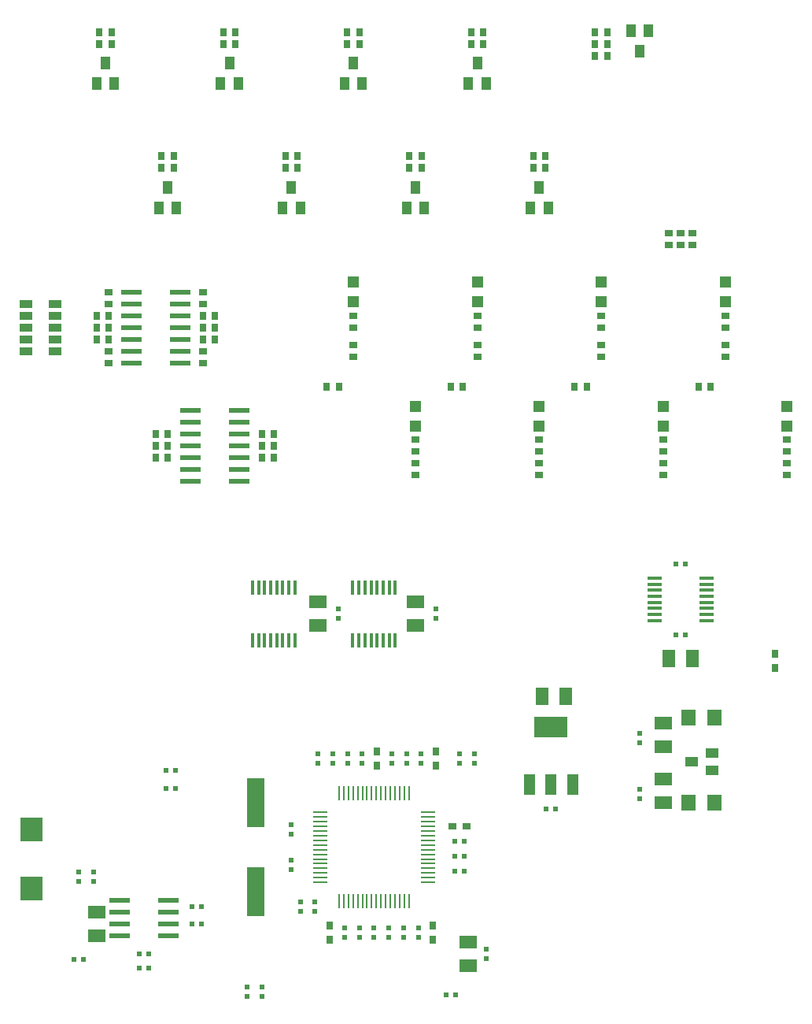
<source format=gbr>
%TF.GenerationSoftware,KiCad,Pcbnew,6.0.11*%
%TF.CreationDate,2023-03-20T20:23:42+01:00*%
%TF.ProjectId,teletype-180824-no-slots,74656c65-7479-4706-952d-313830383234,rev?*%
%TF.SameCoordinates,Original*%
%TF.FileFunction,Paste,Top*%
%TF.FilePolarity,Positive*%
%FSLAX46Y46*%
G04 Gerber Fmt 4.6, Leading zero omitted, Abs format (unit mm)*
G04 Created by KiCad (PCBNEW 6.0.11) date 2023-03-20 20:23:42*
%MOMM*%
%LPD*%
G01*
G04 APERTURE LIST*
%ADD10R,0.280000X1.500000*%
%ADD11R,1.500000X0.280000*%
%ADD12R,0.600000X0.600000*%
%ADD13R,2.200000X0.600000*%
%ADD14R,1.900000X1.400000*%
%ADD15R,0.800000X0.900000*%
%ADD16R,0.900000X0.800000*%
%ADD17R,3.600000X2.200000*%
%ADD18R,1.219200X2.235200*%
%ADD19R,1.400000X1.900000*%
%ADD20R,1.600000X1.803000*%
%ADD21R,0.300000X1.500000*%
%ADD22R,1.500000X0.300000*%
%ADD23R,1.000000X1.400000*%
%ADD24R,1.930400X5.334000*%
%ADD25R,0.700000X0.900000*%
%ADD26R,0.900000X0.700000*%
%ADD27R,1.200000X1.200000*%
%ADD28R,1.400000X0.900000*%
%ADD29R,1.400000X1.000000*%
%ADD30R,2.400000X2.600000*%
G04 APERTURE END LIST*
D10*
%TO.C,U2*%
X150346100Y-145315850D03*
X149846100Y-145315850D03*
X149346100Y-145315850D03*
X148846100Y-145315850D03*
X148346100Y-145315850D03*
X147846100Y-145315850D03*
X147346100Y-145315850D03*
X146846100Y-145315850D03*
X146346100Y-145315850D03*
X145846100Y-145315850D03*
X145346100Y-145315850D03*
X144846100Y-145315850D03*
X144346100Y-145315850D03*
X143846100Y-145315850D03*
X143346100Y-145315850D03*
X142846100Y-145315850D03*
D11*
X140796100Y-143265850D03*
X140796100Y-142765850D03*
X140796100Y-142265850D03*
X140796100Y-141765850D03*
X140796100Y-141265850D03*
X140796100Y-140765850D03*
X140796100Y-140265850D03*
X140796100Y-139765850D03*
X140796100Y-139265850D03*
X140796100Y-138765850D03*
X140796100Y-138265850D03*
X140796100Y-137765850D03*
X140796100Y-137265850D03*
X140796100Y-136765850D03*
X140796100Y-136265850D03*
X140796100Y-135765850D03*
D10*
X142846100Y-133715850D03*
X143346100Y-133715850D03*
X143846100Y-133715850D03*
X144346100Y-133715850D03*
X144846100Y-133715850D03*
X145346100Y-133715850D03*
X145846100Y-133715850D03*
X146346100Y-133715850D03*
X146846100Y-133715850D03*
X147346100Y-133715850D03*
X147846100Y-133715850D03*
X148346100Y-133715850D03*
X148846100Y-133715850D03*
X149346100Y-133715850D03*
X149846100Y-133715850D03*
X150346100Y-133715850D03*
D11*
X152396100Y-135765850D03*
X152396100Y-136265850D03*
X152396100Y-136765850D03*
X152396100Y-137265850D03*
X152396100Y-137765850D03*
X152396100Y-138265850D03*
X152396100Y-138765850D03*
X152396100Y-139265850D03*
X152396100Y-139765850D03*
X152396100Y-140265850D03*
X152396100Y-140765850D03*
X152396100Y-141265850D03*
X152396100Y-141765850D03*
X152396100Y-142265850D03*
X152396100Y-142765850D03*
X152396100Y-143265850D03*
%TD*%
D12*
%TO.C,C19*%
X137706100Y-141928850D03*
X137706100Y-140912850D03*
%TD*%
%TO.C,C20*%
X137706100Y-137102850D03*
X137706100Y-138118850D03*
%TD*%
D13*
%TO.C,U1*%
X119231100Y-145230850D03*
X119231100Y-146500850D03*
X119231100Y-149040850D03*
X124431100Y-145230850D03*
X124431100Y-146500850D03*
X124431100Y-149040850D03*
X119231100Y-147770850D03*
X124431100Y-147770850D03*
%TD*%
D12*
%TO.C,R2*%
X127038100Y-147770850D03*
X128054100Y-147770850D03*
%TD*%
%TO.C,R1*%
X127038100Y-145865850D03*
X128054100Y-145865850D03*
%TD*%
%TO.C,C7*%
X115354100Y-151580850D03*
X114338100Y-151580850D03*
%TD*%
D14*
%TO.C,C5*%
X116751100Y-146500850D03*
X116751100Y-149040850D03*
%TD*%
D12*
%TO.C,C10*%
X151358600Y-148215350D03*
X151358600Y-149231350D03*
%TD*%
%TO.C,C17*%
X140246100Y-145357850D03*
X140246100Y-146373850D03*
%TD*%
%TO.C,C16*%
X142151100Y-130498850D03*
X142151100Y-129482850D03*
%TD*%
%TO.C,C47*%
X149771100Y-148215350D03*
X149771100Y-149231350D03*
%TD*%
%TO.C,C18*%
X138658600Y-145357850D03*
X138658600Y-146373850D03*
%TD*%
%TO.C,C56*%
X140563600Y-130498850D03*
X140563600Y-129482850D03*
%TD*%
%TO.C,C12*%
X148501100Y-130498850D03*
X148501100Y-129482850D03*
%TD*%
%TO.C,C50*%
X150088600Y-130498850D03*
X150088600Y-129482850D03*
%TD*%
D15*
%TO.C,C49*%
X152946100Y-147961350D03*
X152946100Y-149485350D03*
%TD*%
%TO.C,C51*%
X146913600Y-130752850D03*
X146913600Y-129228850D03*
%TD*%
%TO.C,C48*%
X153263600Y-130752850D03*
X153263600Y-129228850D03*
%TD*%
D16*
%TO.C,C9*%
X155041600Y-137293350D03*
X156565600Y-137293350D03*
%TD*%
D15*
%TO.C,C55*%
X141833600Y-147961350D03*
X141833600Y-149485350D03*
%TD*%
D12*
%TO.C,C11*%
X151676100Y-130498850D03*
X151676100Y-129482850D03*
%TD*%
%TO.C,C8*%
X155295600Y-138880850D03*
X156311600Y-138880850D03*
%TD*%
%TO.C,C13*%
X145326100Y-130498850D03*
X145326100Y-129482850D03*
%TD*%
%TO.C,C14*%
X146596100Y-148215350D03*
X146596100Y-149231350D03*
%TD*%
%TO.C,C53*%
X143738600Y-130498850D03*
X143738600Y-129482850D03*
%TD*%
%TO.C,C15*%
X145008600Y-148215350D03*
X145008600Y-149231350D03*
%TD*%
%TO.C,C54*%
X143421100Y-148215350D03*
X143421100Y-149231350D03*
%TD*%
%TO.C,C45*%
X155295600Y-140468350D03*
X156311600Y-140468350D03*
%TD*%
%TO.C,R41*%
X155803600Y-130498850D03*
X155803600Y-129482850D03*
%TD*%
%TO.C,R42*%
X157391100Y-130498850D03*
X157391100Y-129482850D03*
%TD*%
%TO.C,C52*%
X148183600Y-148215350D03*
X148183600Y-149231350D03*
%TD*%
%TO.C,C46*%
X155295600Y-142055850D03*
X156311600Y-142055850D03*
%TD*%
%TO.C,R40*%
X116433600Y-142182850D03*
X116433600Y-143198850D03*
%TD*%
%TO.C,C41*%
X114846100Y-142182850D03*
X114846100Y-143198850D03*
%TD*%
D17*
%TO.C,U40*%
X165646100Y-126574350D03*
D18*
X167957500Y-132772150D03*
X165646100Y-132772150D03*
X163334700Y-132772150D03*
%TD*%
D12*
%TO.C,C42*%
X166154100Y-135388350D03*
X165138100Y-135388350D03*
%TD*%
D19*
%TO.C,C44*%
X167233600Y-123323350D03*
X164693600Y-123323350D03*
%TD*%
D14*
%TO.C,C6*%
X177711100Y-128720850D03*
X177711100Y-126180850D03*
%TD*%
D12*
%TO.C,C3*%
X175171100Y-127260350D03*
X175171100Y-128276350D03*
%TD*%
D14*
%TO.C,C4*%
X177711100Y-134753350D03*
X177711100Y-132213350D03*
%TD*%
D12*
%TO.C,C1*%
X175171100Y-134308850D03*
X175171100Y-133292850D03*
%TD*%
D20*
%TO.C,PF2*%
X183267300Y-125545850D03*
X180409900Y-125545850D03*
%TD*%
%TO.C,PF1*%
X183267300Y-134753350D03*
X180409900Y-134753350D03*
%TD*%
D12*
%TO.C,R44*%
X121323100Y-150945850D03*
X122339100Y-150945850D03*
%TD*%
%TO.C,R43*%
X121323100Y-152533350D03*
X122339100Y-152533350D03*
%TD*%
D21*
%TO.C,U3*%
X138076100Y-117233350D03*
X137426100Y-117233350D03*
X136776100Y-117233350D03*
X136126100Y-117233350D03*
X135476100Y-117233350D03*
X134826100Y-117233350D03*
X134176100Y-117233350D03*
X133526100Y-117233350D03*
X133526100Y-111633350D03*
X134176100Y-111633350D03*
X134826100Y-111633350D03*
X135476100Y-111633350D03*
X136126100Y-111633350D03*
X136776100Y-111633350D03*
X137426100Y-111633350D03*
X138076100Y-111633350D03*
%TD*%
%TO.C,U4*%
X148871100Y-117233350D03*
X148221100Y-117233350D03*
X147571100Y-117233350D03*
X146921100Y-117233350D03*
X146271100Y-117233350D03*
X145621100Y-117233350D03*
X144971100Y-117233350D03*
X144321100Y-117233350D03*
X144321100Y-111633350D03*
X144971100Y-111633350D03*
X145621100Y-111633350D03*
X146271100Y-111633350D03*
X146921100Y-111633350D03*
X147571100Y-111633350D03*
X148221100Y-111633350D03*
X148871100Y-111633350D03*
%TD*%
D22*
%TO.C,U7*%
X182416100Y-110570850D03*
X182416100Y-111220850D03*
X182416100Y-111870850D03*
X182416100Y-112520850D03*
X182416100Y-113170850D03*
X182416100Y-113820850D03*
X182416100Y-114470850D03*
X182416100Y-115120850D03*
X176816100Y-115120850D03*
X176816100Y-114470850D03*
X176816100Y-113820850D03*
X176816100Y-113170850D03*
X176816100Y-112520850D03*
X176816100Y-111870850D03*
X176816100Y-111220850D03*
X176816100Y-110570850D03*
%TD*%
D12*
%TO.C,C27*%
X180124100Y-116655850D03*
X179108100Y-116655850D03*
%TD*%
D19*
%TO.C,C25*%
X178346100Y-119195850D03*
X180886100Y-119195850D03*
%TD*%
D12*
%TO.C,C29*%
X180124100Y-109035850D03*
X179108100Y-109035850D03*
%TD*%
%TO.C,C30*%
X142786100Y-114941350D03*
X142786100Y-113925350D03*
%TD*%
%TO.C,C26*%
X153263600Y-114941350D03*
X153263600Y-113925350D03*
%TD*%
D14*
%TO.C,C24*%
X151041100Y-113163350D03*
X151041100Y-115703350D03*
%TD*%
%TO.C,C28*%
X140563600Y-113163350D03*
X140563600Y-115703350D03*
%TD*%
D15*
%TO.C,R45*%
X189776100Y-120275350D03*
X189776100Y-118751350D03*
%TD*%
D23*
%TO.C,U44*%
X176121100Y-51738350D03*
X174221100Y-51738350D03*
X175171100Y-53938350D03*
%TD*%
D12*
%TO.C,R4*%
X132943600Y-155581350D03*
X132943600Y-154565350D03*
%TD*%
%TO.C,C31*%
X134531100Y-155581350D03*
X134531100Y-154565350D03*
%TD*%
D24*
%TO.C,Y1*%
X133896100Y-134753350D03*
X133896100Y-144278350D03*
%TD*%
D13*
%TO.C,IC1*%
X120501100Y-87445850D03*
X120501100Y-86175850D03*
X120501100Y-84905850D03*
X120501100Y-83635850D03*
X120501100Y-82365850D03*
X120501100Y-81095850D03*
X125701100Y-82365850D03*
X125701100Y-81095850D03*
X120501100Y-79825850D03*
X125701100Y-83635850D03*
X125701100Y-84905850D03*
X125701100Y-87445850D03*
X125701100Y-79825850D03*
X125701100Y-86175850D03*
%TD*%
D25*
%TO.C,C21*%
X129466100Y-83635850D03*
X128166100Y-83635850D03*
%TD*%
%TO.C,C22*%
X118036100Y-83635850D03*
X116736100Y-83635850D03*
%TD*%
D26*
%TO.C,R3*%
X144373600Y-86825850D03*
X144373600Y-85525850D03*
%TD*%
%TO.C,R8*%
X157708600Y-86825850D03*
X157708600Y-85525850D03*
%TD*%
D25*
%TO.C,R19*%
X142801100Y-89985850D03*
X141501100Y-89985850D03*
%TD*%
D26*
%TO.C,R21*%
X151041100Y-99525850D03*
X151041100Y-98225850D03*
%TD*%
D25*
%TO.C,R25*%
X156136100Y-89985850D03*
X154836100Y-89985850D03*
%TD*%
D26*
%TO.C,R29*%
X164376100Y-99525850D03*
X164376100Y-98225850D03*
%TD*%
D25*
%TO.C,C23*%
X135816100Y-96335850D03*
X134516100Y-96335850D03*
%TD*%
%TO.C,C32*%
X124386100Y-96335850D03*
X123086100Y-96335850D03*
%TD*%
D26*
%TO.C,R37*%
X128181100Y-87460850D03*
X128181100Y-86160850D03*
%TD*%
%TO.C,R38*%
X128181100Y-79810850D03*
X128181100Y-81110850D03*
%TD*%
%TO.C,R6*%
X144373600Y-82350850D03*
X144373600Y-83650850D03*
%TD*%
%TO.C,R7*%
X157708600Y-82350850D03*
X157708600Y-83650850D03*
%TD*%
D27*
%TO.C,LED1*%
X144373600Y-80875850D03*
X144373600Y-78775850D03*
%TD*%
%TO.C,LED2*%
X157708600Y-80875850D03*
X157708600Y-78775850D03*
%TD*%
D26*
%TO.C,R14*%
X171043600Y-86825850D03*
X171043600Y-85525850D03*
%TD*%
%TO.C,R9*%
X171043600Y-82350850D03*
X171043600Y-83650850D03*
%TD*%
%TO.C,R10*%
X184378600Y-86825850D03*
X184378600Y-85525850D03*
%TD*%
%TO.C,R11*%
X184378600Y-82350850D03*
X184378600Y-83650850D03*
%TD*%
%TO.C,R46*%
X118021100Y-87460850D03*
X118021100Y-86160850D03*
%TD*%
%TO.C,R47*%
X118021100Y-79810850D03*
X118021100Y-81110850D03*
%TD*%
D27*
%TO.C,LED3*%
X171043600Y-80875850D03*
X171043600Y-78775850D03*
%TD*%
%TO.C,LED4*%
X184378600Y-80875850D03*
X184378600Y-78775850D03*
%TD*%
D26*
%TO.C,C33*%
X179616100Y-73460850D03*
X179616100Y-74760850D03*
%TD*%
D27*
%TO.C,LED5*%
X151041100Y-94210850D03*
X151041100Y-92110850D03*
%TD*%
%TO.C,LED6*%
X164376100Y-94210850D03*
X164376100Y-92110850D03*
%TD*%
D25*
%TO.C,R32*%
X118353600Y-51885850D03*
X117053600Y-51885850D03*
%TD*%
%TO.C,C37*%
X117053600Y-53155850D03*
X118353600Y-53155850D03*
%TD*%
D23*
%TO.C,D3*%
X116753600Y-57430850D03*
X118653600Y-57430850D03*
X117703600Y-55230850D03*
%TD*%
D26*
%TO.C,R66*%
X151041100Y-95685850D03*
X151041100Y-96985850D03*
%TD*%
%TO.C,R67*%
X164376100Y-95685850D03*
X164376100Y-96985850D03*
%TD*%
D25*
%TO.C,R15*%
X169471100Y-89985850D03*
X168171100Y-89985850D03*
%TD*%
D26*
%TO.C,R17*%
X177711100Y-99525850D03*
X177711100Y-98225850D03*
%TD*%
D25*
%TO.C,R23*%
X182806100Y-89985850D03*
X181506100Y-89985850D03*
%TD*%
D26*
%TO.C,R51*%
X191046100Y-99525850D03*
X191046100Y-98225850D03*
%TD*%
D27*
%TO.C,LED7*%
X177711100Y-94210850D03*
X177711100Y-92110850D03*
%TD*%
%TO.C,LED8*%
X191046100Y-94210850D03*
X191046100Y-92110850D03*
%TD*%
D26*
%TO.C,R52*%
X177711100Y-95685850D03*
X177711100Y-96985850D03*
%TD*%
%TO.C,R53*%
X191046100Y-95685850D03*
X191046100Y-96985850D03*
%TD*%
D13*
%TO.C,IC4*%
X126851100Y-100145850D03*
X126851100Y-98875850D03*
X126851100Y-97605850D03*
X126851100Y-96335850D03*
X126851100Y-95065850D03*
X126851100Y-93795850D03*
X132051100Y-95065850D03*
X132051100Y-93795850D03*
X126851100Y-92525850D03*
X132051100Y-96335850D03*
X132051100Y-97605850D03*
X132051100Y-100145850D03*
X132051100Y-92525850D03*
X132051100Y-98875850D03*
%TD*%
D25*
%TO.C,R24*%
X171693600Y-51885850D03*
X170393600Y-51885850D03*
%TD*%
%TO.C,R26*%
X171693600Y-54425850D03*
X170393600Y-54425850D03*
%TD*%
%TO.C,C34*%
X170393600Y-53155850D03*
X171693600Y-53155850D03*
%TD*%
%TO.C,R27*%
X125021100Y-65220850D03*
X123721100Y-65220850D03*
%TD*%
%TO.C,C35*%
X123721100Y-66490850D03*
X125021100Y-66490850D03*
%TD*%
D23*
%TO.C,D2*%
X123421100Y-70765850D03*
X125321100Y-70765850D03*
X124371100Y-68565850D03*
%TD*%
D25*
%TO.C,R30*%
X131688600Y-51885850D03*
X130388600Y-51885850D03*
%TD*%
%TO.C,C36*%
X130388600Y-53155850D03*
X131688600Y-53155850D03*
%TD*%
D23*
%TO.C,D4*%
X130088600Y-57430850D03*
X131988600Y-57430850D03*
X131038600Y-55230850D03*
%TD*%
D25*
%TO.C,R34*%
X138356100Y-65220850D03*
X137056100Y-65220850D03*
%TD*%
%TO.C,C38*%
X137056100Y-66490850D03*
X138356100Y-66490850D03*
%TD*%
D23*
%TO.C,D5*%
X136756100Y-70765850D03*
X138656100Y-70765850D03*
X137706100Y-68565850D03*
%TD*%
D25*
%TO.C,R36*%
X145023600Y-51885850D03*
X143723600Y-51885850D03*
%TD*%
%TO.C,C39*%
X143723600Y-53155850D03*
X145023600Y-53155850D03*
%TD*%
D23*
%TO.C,D6*%
X143423600Y-57430850D03*
X145323600Y-57430850D03*
X144373600Y-55230850D03*
%TD*%
D25*
%TO.C,R56*%
X151691100Y-65220850D03*
X150391100Y-65220850D03*
%TD*%
%TO.C,C43*%
X150391100Y-66490850D03*
X151691100Y-66490850D03*
%TD*%
D23*
%TO.C,D7*%
X150091100Y-70765850D03*
X151991100Y-70765850D03*
X151041100Y-68565850D03*
%TD*%
D25*
%TO.C,R58*%
X158358600Y-51885850D03*
X157058600Y-51885850D03*
%TD*%
%TO.C,C57*%
X157058600Y-53155850D03*
X158358600Y-53155850D03*
%TD*%
D23*
%TO.C,D8*%
X156758600Y-57430850D03*
X158658600Y-57430850D03*
X157708600Y-55230850D03*
%TD*%
D25*
%TO.C,R60*%
X165026100Y-65220850D03*
X163726100Y-65220850D03*
%TD*%
%TO.C,C58*%
X163726100Y-66490850D03*
X165026100Y-66490850D03*
%TD*%
D23*
%TO.C,D9*%
X163426100Y-70765850D03*
X165326100Y-70765850D03*
X164376100Y-68565850D03*
%TD*%
D28*
%TO.C,RN1*%
X109131100Y-81095850D03*
X109131100Y-82365850D03*
X109131100Y-83635850D03*
X109131100Y-84905850D03*
X109131100Y-86175850D03*
X112306100Y-86175850D03*
X112306100Y-84905850D03*
X112306100Y-83635850D03*
X112306100Y-82365850D03*
X112306100Y-81095850D03*
%TD*%
D12*
%TO.C,R5*%
X125196600Y-133165850D03*
X124180600Y-133165850D03*
%TD*%
%TO.C,R16*%
X125196600Y-131260850D03*
X124180600Y-131260850D03*
%TD*%
D26*
%TO.C,R18*%
X180886100Y-74760850D03*
X180886100Y-73460850D03*
%TD*%
%TO.C,R20*%
X178346100Y-73460850D03*
X178346100Y-74760850D03*
%TD*%
D29*
%TO.C,U6*%
X182938600Y-131258350D03*
X182938600Y-129358350D03*
X180738600Y-130308350D03*
%TD*%
D12*
%TO.C,C59*%
X158661100Y-151453850D03*
X158661100Y-150437850D03*
%TD*%
D14*
%TO.C,C60*%
X156756100Y-149675850D03*
X156756100Y-152215850D03*
%TD*%
D25*
%TO.C,R12*%
X128166100Y-82365850D03*
X129466100Y-82365850D03*
%TD*%
%TO.C,R13*%
X128166100Y-84905850D03*
X129466100Y-84905850D03*
%TD*%
%TO.C,R22*%
X118036100Y-84905850D03*
X116736100Y-84905850D03*
%TD*%
%TO.C,R28*%
X118036100Y-82365850D03*
X116736100Y-82365850D03*
%TD*%
%TO.C,R31*%
X134516100Y-97605850D03*
X135816100Y-97605850D03*
%TD*%
%TO.C,R33*%
X134516100Y-95065850D03*
X135816100Y-95065850D03*
%TD*%
%TO.C,R35*%
X124386100Y-95065850D03*
X123086100Y-95065850D03*
%TD*%
%TO.C,R39*%
X124386100Y-97605850D03*
X123086100Y-97605850D03*
%TD*%
D12*
%TO.C,R48*%
X155359100Y-155390850D03*
X154343100Y-155390850D03*
%TD*%
D30*
%TO.C,C2*%
X109766100Y-137610850D03*
X109766100Y-143960850D03*
%TD*%
M02*

</source>
